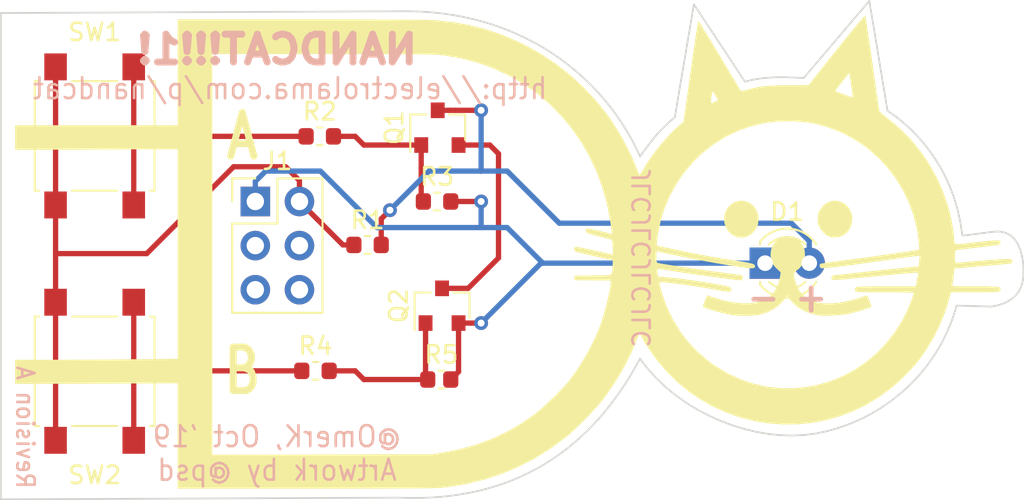
<source format=kicad_pcb>
(kicad_pcb (version 20221018) (generator pcbnew)
  (layers (0 "F.Cu" signal) (31 "B.Cu" signal) (34 "B.Paste" user) (35 "F.Paste" user) (36 "B.SilkS" user "B.Silkscreen") (37 "F.SilkS" user "F.Silkscreen") (38 "B.Mask" user) (39 "F.Mask" user) (44 "Edge.Cuts" user))
  (net 0 "")
  (net 1 "GND")
  (net 2 "VCC")
  (net 3 "/SCL")
  (net 4 "/SDA")
  (net 5 "/GPIO2")
  (net 6 "/GPIO1")
  (net 7 "Net-(Q1-Pad1)")
  (net 8 "Net-(Q1-Pad2)")
  (net 9 "Net-(Q2-Pad1)")
  (net 10 "Net-(R2-Pad1)")
  (net 11 "Net-(R4-Pad1)")
  (net 12 "Net-(D1-Pad2)")
  (footprint "Connector_PinHeader_2.54mm:PinHeader_2x03_P2.54mm_Vertical" (layer "F.Cu") (at 40.25 33.25)
    (fp_text reference "J1" (at 1.27 -2.33) (layer "F.SilkS"))
    (fp_text value "Conn_02x03_Odd_Even")
    (pad "1" thru_hole rect (at 0 0) (size 1.7 1.7) (drill 1) (layers "*.Cu" "*.Mask") (net 1 "GND"))
    (pad "2" thru_hole oval (at 2.54 0) (size 1.7 1.7) (drill 1) (layers "*.Cu" "*.Mask") (net 2 "VCC"))
    (pad "3" thru_hole oval (at 0 2.54) (size 1.7 1.7) (drill 1) (layers "*.Cu" "*.Mask") (net 3 "/SCL"))
    (pad "4" thru_hole oval (at 2.54 2.54) (size 1.7 1.7) (drill 1) (layers "*.Cu" "*.Mask") (net 4 "/SDA"))
    (pad "5" thru_hole oval (at 0 5.08) (size 1.7 1.7) (drill 1) (layers "*.Cu" "*.Mask") (net 5 "/GPIO2"))
    (pad "6" thru_hole oval (at 2.54 5.08) (size 1.7 1.7) (drill 1) (layers "*.Cu" "*.Mask") (net 6 "/GPIO1"))
  )
  (footprint "Button_Switch_SMD:SW_SPST_B3S-1000" (layer "F.Cu") (at 31 43.025 90)
    (fp_text reference "SW2" (at -5.975 0) (layer "F.SilkS"))
    (fp_text value "SW_Push")
    (pad "1" smd rect (at -3.975 -2.25 90) (size 1.55 1.3) (layers "F.Cu" "F.Paste" "F.Mask") (net 2 "VCC"))
    (pad "1" smd rect (at 3.975 -2.25 90) (size 1.55 1.3) (layers "F.Cu" "F.Paste" "F.Mask") (net 2 "VCC"))
    (pad "2" smd rect (at -3.975 2.25 90) (size 1.55 1.3) (layers "F.Cu" "F.Paste" "F.Mask") (net 11 "Net-(R4-Pad1)"))
    (pad "2" smd rect (at 3.975 2.25 90) (size 1.55 1.3) (layers "F.Cu" "F.Paste" "F.Mask") (net 11 "Net-(R4-Pad1)"))
  )
  (footprint "Resistor_SMD:R_0603_1608Metric" (layer "F.Cu") (at 43.9625 29.5)
    (fp_text reference "R2" (at 0 -1.43) (layer "F.SilkS"))
    (fp_text value "1K")
    (pad "1" smd roundrect (at -0.7875 0) (size 0.875 0.95) (layers "F.Cu" "F.Paste" "F.Mask") (net 10 "Net-(R2-Pad1)"))
    (pad "2" smd roundrect (at 0.7875 0) (size 0.875 0.95) (layers "F.Cu" "F.Paste" "F.Mask") (net 7 "Net-(Q1-Pad1)"))
  )
  (footprint "Resistor_SMD:R_0603_1608Metric" (layer "F.Cu") (at 43.7125 43)
    (fp_text reference "R4" (at 0 -1.43) (layer "F.SilkS"))
    (fp_text value "1K")
    (pad "1" smd roundrect (at -0.7875 0) (size 0.875 0.95) (layers "F.Cu" "F.Paste" "F.Mask") (net 11 "Net-(R4-Pad1)"))
    (pad "2" smd roundrect (at 0.7875 0) (size 0.875 0.95) (layers "F.Cu" "F.Paste" "F.Mask") (net 9 "Net-(Q2-Pad1)"))
  )
  (footprint "Resistor_SMD:R_0603_1608Metric" (layer "F.Cu") (at 46.7125 35.75)
    (fp_text reference "R1" (at 0 -1.43) (layer "F.SilkS"))
    (fp_text value "1K")
    (pad "1" smd roundrect (at -0.7875 0) (size 0.875 0.95) (layers "F.Cu" "F.Paste" "F.Mask") (net 2 "VCC"))
    (pad "2" smd roundrect (at 0.7875 0) (size 0.875 0.95) (layers "F.Cu" "F.Paste" "F.Mask") (net 12 "Net-(D1-Pad2)"))
  )
  (footprint "nand-cat:nand-cat" (layer "F.Cu") (at 55 35.85)
    (fp_text reference "G***" hide)
    (fp_text value "LOGO" hide)
  )
  (footprint "Button_Switch_SMD:SW_SPST_B3S-1000" (layer "F.Cu") (at 31 29.475 90)
    (fp_text reference "SW1" (at 5.975 0 180) (layer "F.SilkS"))
    (fp_text value "SW_Push")
    (pad "1" smd rect (at -3.975 -2.25 90) (size 1.55 1.3) (layers "F.Cu" "F.Paste" "F.Mask") (net 2 "VCC"))
    (pad "1" smd rect (at 3.975 -2.25 90) (size 1.55 1.3) (layers "F.Cu" "F.Paste" "F.Mask") (net 2 "VCC"))
    (pad "2" smd rect (at -3.975 2.25 90) (size 1.55 1.3) (layers "F.Cu" "F.Paste" "F.Mask") (net 10 "Net-(R2-Pad1)"))
    (pad "2" smd rect (at 3.975 2.25 90) (size 1.55 1.3) (layers "F.Cu" "F.Paste" "F.Mask") (net 10 "Net-(R2-Pad1)"))
  )
  (footprint "Package_TO_SOT_SMD:SOT-23" (layer "F.Cu") (at 50.75 29 90)
    (fp_text reference "Q1" (at 0 -2.5 90) (layer "F.SilkS"))
    (fp_text value "BC847B")
    (pad "1" smd rect (at -1 -0.95 90) (size 0.9 0.8) (layers "F.Cu" "F.Paste" "F.Mask") (net 7 "Net-(Q1-Pad1)"))
    (pad "2" smd rect (at -1 1.2 90) (size 0.9 0.8) (layers "F.Cu" "F.Paste" "F.Mask") (net 8 "Net-(Q1-Pad2)"))
    (pad "3" smd rect (at 1 0 90) (size 0.9 0.8) (layers "F.Cu" "F.Paste" "F.Mask") (net 12 "Net-(D1-Pad2)"))
  )
  (footprint "Resistor_SMD:R_0603_1608Metric" (layer "F.Cu") (at 50.9625 43.5)
    (fp_text reference "R5" (at 0 -1.43) (layer "F.SilkS"))
    (fp_text value "100K")
    (pad "1" smd roundrect (at -0.7875 0) (size 0.875 0.95) (layers "F.Cu" "F.Paste" "F.Mask") (net 9 "Net-(Q2-Pad1)"))
    (pad "2" smd roundrect (at 0.5375 0) (size 0.875 0.95) (layers "F.Cu" "F.Paste" "F.Mask") (net 1 "GND"))
  )
  (footprint "Package_TO_SOT_SMD:SOT-23" (layer "F.Cu") (at 51 39.25 90)
    (fp_text reference "Q2" (at 0 -2.5 90) (layer "F.SilkS"))
    (fp_text value "BC847B")
    (pad "1" smd rect (at -1 -0.95 90) (size 0.9 0.8) (layers "F.Cu" "F.Paste" "F.Mask") (net 9 "Net-(Q2-Pad1)"))
    (pad "2" smd rect (at -1 0.95 90) (size 0.9 0.8) (layers "F.Cu" "F.Paste" "F.Mask") (net 1 "GND"))
    (pad "3" smd rect (at 1 0 90) (size 0.9 0.8) (layers "F.Cu" "F.Paste" "F.Mask") (net 8 "Net-(Q1-Pad2)"))
  )
  (footprint "Resistor_SMD:R_0603_1608Metric" (layer "F.Cu") (at 50.7125 33.25)
    (fp_text reference "R3" (at 0 -1.43) (layer "F.SilkS"))
    (fp_text value "100K")
    (pad "1" smd roundrect (at -0.7875 0) (size 0.875 0.95) (layers "F.Cu" "F.Paste" "F.Mask") (net 7 "Net-(Q1-Pad1)"))
    (pad "2" smd roundrect (at 0.7875 0) (size 0.875 0.95) (layers "F.Cu" "F.Paste" "F.Mask") (net 1 "GND"))
  )
  (footprint "LED_THT:LED_D3.0mm" (layer "F.Cu") (at 69.6 36.8)
    (fp_text reference "D1" (at 1.27 -2.96) (layer "F.SilkS"))
    (fp_text value "LED")
    (pad "1" thru_hole rect (at 0 0) (size 1.8 1.8) (drill 0.9) (layers "*.Cu" "*.Mask") (net 1 "GND"))
    (pad "2" thru_hole circle (at 2.54 0) (size 1.8 1.8) (drill 0.9) (layers "*.Cu" "*.Mask") (net 12 "Net-(D1-Pad2)"))
  )
  (gr_line (start 55.578645 49.068914) (end 55.108457 49.271254) (stroke (width 0.1)) (layer "Edge.Cuts"))
  (gr_line (start 55.108457 49.271254) (end 54.626319 49.45653) (stroke (width 0.1)) (layer "Edge.Cuts"))
  (gr_line (start 56.918695 48.361896) (end 56.483644 48.613996) (stroke (width 0.1)) (layer "Edge.Cuts"))
  (gr_line (start 56.483644 48.613996) (end 56.037001 48.849748) (stroke (width 0.1)) (layer "Edge.Cuts"))
  (gr_line (start 57.342271 48.093688) (end 56.918695 48.361896) (stroke (width 0.1)) (layer "Edge.Cuts"))
  (gr_line (start 57.754492 47.80961) (end 57.342271 48.093688) (stroke (width 0.1)) (layer "Edge.Cuts"))
  (gr_line (start 56.037001 48.849748) (end 55.578645 49.068914) (stroke (width 0.1)) (layer "Edge.Cuts"))
  (gr_line (start 77.984311 43.763542) (end 77.455423 44.2508) (stroke (width 0.1)) (layer "Edge.Cuts"))
  (gr_line (start 74.474532 46.05256) (end 73.836174 46.281787) (stroke (width 0.1)) (layer "Edge.Cuts"))
  (gr_line (start 83.349325 39.110288) (end 83.024199 39.220479) (stroke (width 0.1)) (layer "Edge.Cuts"))
  (gr_line (start 83.622777 38.975989) (end 83.349325 39.110288) (stroke (width 0.1)) (layer "Edge.Cuts"))
  (gr_line (start 50.906733 50.255595) (end 50.324702 50.295756) (stroke (width 0.1)) (layer "Edge.Cuts"))
  (gr_line (start 68.780541 26.267405) (end 69.127217 26.198927) (stroke (width 0.1)) (layer "Edge.Cuts"))
  (gr_line (start 51.475859 50.196458) (end 50.906733 50.255595) (stroke (width 0.1)) (layer "Edge.Cuts"))
  (gr_line (start 83.837437 35.300334) (end 83.953471 35.420522) (stroke (width 0.1)) (layer "Edge.Cuts"))
  (gr_line (start 58.586057 25.640795) (end 58.972409 25.973584) (stroke (width 0.1)) (layer "Edge.Cuts"))
  (gr_line (start 79.371821 42.058804) (end 78.946097 42.666942) (stroke (width 0.1)) (layer "Edge.Cuts"))
  (gr_line (start 83.406092 35.045577) (end 83.564252 35.111421) (stroke (width 0.1)) (layer "Edge.Cuts"))
  (gr_line (start 84.476397 37.325446) (end 84.455539 37.688214) (stroke (width 0.1)) (layer "Edge.Cuts"))
  (gr_line (start 76.645165 28.025784) (end 77.143752 28.378286) (stroke (width 0.1)) (layer "Edge.Cuts"))
  (gr_line (start 59.996032 45.785259) (end 59.64944 46.159538) (stroke (width 0.1)) (layer "Edge.Cuts"))
  (gr_line (start 69.104733 46.516114) (end 68.397453 46.347046) (stroke (width 0.1)) (layer "Edge.Cuts"))
  (gr_line (start 56.891104 24.434196) (end 57.337072 24.715866) (stroke (width 0.1)) (layer "Edge.Cuts"))
  (gr_line (start 59.699539 26.671992) (end 60.040116 27.036316) (stroke (width 0.1)) (layer "Edge.Cuts"))
  (gr_line (start 65.500001 21.9) (end 68.440942 26.354352) (stroke (width 0.1)) (layer "Edge.Cuts"))
  (gr_line (start 79.755982 41.411579) (end 79.371821 42.058804) (stroke (width 0.1)) (layer "Edge.Cuts"))
  (gr_line (start 73.836174 46.281787) (end 73.192126 46.4659) (stroke (width 0.1)) (layer "Edge.Cuts"))
  (gr_line (start 80.511009 39.626462) (end 80.385269 40.002276) (stroke (width 0.1)) (layer "Edge.Cuts"))
  (gr_line (start 54.626319 49.45653) (end 54.132112 49.624503) (stroke (width 0.1)) (layer "Edge.Cuts"))
  (gr_line (start 61.278376 44.14856) (end 60.973155 44.578195) (stroke (width 0.1)) (layer "Edge.Cuts"))
  (gr_line (start 84.454917 36.809464) (end 84.476397 37.325446) (stroke (width 0.1)) (layer "Edge.Cuts"))
  (gr_line (start 60.040116 27.036316) (end 60.365233 27.409854) (stroke (width 0.1)) (layer "Edge.Cuts"))
  (gr_line (start 77.143752 28.378286) (end 77.432684 28.607418) (stroke (width 0.1)) (layer "Edge.Cuts"))
  (gr_line (start 75.71983 45.461173) (end 75.103613 45.778821) (stroke (width 0.1)) (layer "Edge.Cuts"))
  (gr_line (start 50.425572 22.362663) (end 51.040688 22.428767) (stroke (width 0.1)) (layer "Edge.Cuts"))
  (gr_line (start 53.107011 49.907584) (end 52.575879 50.022214) (stroke (width 0.1)) (layer "Edge.Cuts"))
  (gr_line (start 52.575879 50.022214) (end 52.032202 50.118585) (stroke (width 0.1)) (layer "Edge.Cuts"))
  (gr_line (start 78.062652 29.175822) (end 78.392822 29.516845) (stroke (width 0.1)) (layer "Edge.Cuts"))
  (gr_line (start 84.176599 38.467408) (end 84.032064 38.650651) (stroke (width 0.1)) (layer "Edge.Cuts"))
  (gr_line (start 72.545976 46.604296) (end 71.886599 46.692385) (stroke (width 0.1)) (layer "Edge.Cuts"))
  (gr_line (start 77.432684 28.607418) (end 77.740795 28.872972) (stroke (width 0.1)) (layer "Edge.Cuts"))
  (gr_line (start 71.886599 46.692385) (end 71.207931 46.72618) (stroke (width 0.1)) (layer "Edge.Cuts"))
  (gr_line (start 68.440942 26.354352) (end 68.780541 26.267405) (stroke (width 0.1)) (layer "Edge.Cuts"))
  (gr_line (start 84.393629 36.411153) (end 84.454917 36.809464) (stroke (width 0.1)) (layer "Edge.Cuts"))
  (gr_line (start 25.600292 50.399704) (end 25.600292 50.399704) (stroke (width 0.1)) (layer "Edge.Cuts"))
  (gr_line (start 64.045358 28.7076) (end 64.400001 28.4) (stroke (width 0.1)) (layer "Edge.Cuts"))
  (gr_line (start 62.838932 42.876026) (end 62.613077 42.592203) (stroke (width 0.1)) (layer "Edge.Cuts"))
  (gr_line (start 61.573552 43.705685) (end 61.278376 44.14856) (stroke (width 0.1)) (layer "Edge.Cuts"))
  (gr_line (start 58.155477 47.509901) (end 57.754492 47.80961) (stroke (width 0.1)) (layer "Edge.Cuts"))
  (gr_line (start 75.600001 21.7) (end 76.645165 28.025784) (stroke (width 0.1)) (layer "Edge.Cuts"))
  (gr_line (start 83.953471 35.420522) (end 84.056471 35.555944) (stroke (width 0.1)) (layer "Edge.Cuts"))
  (gr_line (start 65.666743 45.213718) (end 65.032945 44.823278) (stroke (width 0.1)) (layer "Edge.Cuts"))
  (gr_line (start 61.755375 29.393097) (end 61.985607 29.80832) (stroke (width 0.1)) (layer "Edge.Cuts"))
  (gr_line (start 79.056366 30.31691) (end 79.378872 30.777703) (stroke (width 0.1)) (layer "Edge.Cuts"))
  (gr_line (start 25.600292 22.399706) (end 48.5 22.3) (stroke (width 0.1)) (layer "Edge.Cuts"))
  (gr_line (start 49.121455 50.318195) (end 48.5 50.299996) (stroke (width 0.1)) (layer "Edge.Cuts"))
  (gr_line (start 84.286864 38.275646) (end 84.176599 38.467408) (stroke (width 0.1)) (layer "Edge.Cuts"))
  (gr_line (start 49.155128 22.297631) (end 49.797019 22.318735) (stroke (width 0.1)) (layer "Edge.Cuts"))
  (gr_line (start 78.482398 43.235389) (end 77.984311 43.763542) (stroke (width 0.1)) (layer "Edge.Cuts"))
  (gr_line (start 83.23288 35.000729) (end 83.406092 35.045577) (stroke (width 0.1)) (layer "Edge.Cuts"))
  (gr_line (start 62.199671 30.228221) (end 62.397467 30.652154) (stroke (width 0.1)) (layer "Edge.Cuts"))
  (gr_line (start 84.455539 37.688214) (end 84.421983 37.882151) (stroke (width 0.1)) (layer "Edge.Cuts"))
  (gr_line (start 60.365233 27.409854) (end 60.674789 27.79196) (stroke (width 0.1)) (layer "Edge.Cuts"))
  (gr_line (start 67.695159 46.130842) (end 67.002706 45.868931) (stroke (width 0.1)) (layer "Edge.Cuts"))
  (gr_line (start 63.857992 43.923887) (end 63.326548 43.4178) (stroke (width 0.1)) (layer "Edge.Cuts"))
  (gr_line (start 55.465693 23.678174) (end 55.955313 23.914702) (stroke (width 0.1)) (layer "Edge.Cuts"))
  (gr_line (start 76.899323 44.69656) (end 76.319596 45.100218) (stroke (width 0.1)) (layer "Edge.Cuts"))
  (gr_line (start 62.400001 42.299996) (end 61.858802 43.249806) (stroke (width 0.1)) (layer "Edge.Cuts"))
  (gr_line (start 84.032064 38.650651) (end 83.848907 38.821477) (stroke (width 0.1)) (layer "Edge.Cuts"))
  (gr_line (start 77.740795 28.872972) (end 78.062652 29.175822) (stroke (width 0.1)) (layer "Edge.Cuts"))
  (gr_line (start 70.514827 46.707112) (end 69.812143 46.636613) (stroke (width 0.1)) (layer "Edge.Cuts"))
  (gr_line (start 48.5 50.299996) (end 25.600292 50.399704) (stroke (width 0.1)) (layer "Edge.Cuts"))
  (gr_line (start 51.642263 22.516399) (end 52.230198 22.624911) (stroke (width 0.1)) (layer "Edge.Cuts"))
  (gr_line (start 83.024199 39.220479) (end 82.643049 39.302663) (stroke (width 0.1)) (layer "Edge.Cuts"))
  (gr_line (start 82.617891 35.00656) (end 82.839284 34.97978) (stroke (width 0.1)) (layer "Edge.Cuts"))
  (gr_line (start 60.674789 27.79196) (end 60.968682 28.181986) (stroke (width 0.1)) (layer "Edge.Cuts"))
  (gr_line (start 65.032945 44.823278) (end 64.42841 44.392857) (stroke (width 0.1)) (layer "Edge.Cuts"))
  (gr_line (start 61.858802 43.249806) (end 61.573552 43.705685) (stroke (width 0.1)) (layer "Edge.Cuts"))
  (gr_line (start 75.103613 45.778821) (end 74.474532 46.05256) (stroke (width 0.1)) (layer "Edge.Cuts"))
  (gr_line (start 54.132112 49.624503) (end 53.625715 49.774934) (stroke (width 0.1)) (layer "Edge.Cuts"))
  (gr_line (start 80.385269 40.002276) (end 80.246448 40.36877) (stroke (width 0.1)) (layer "Edge.Cuts"))
  (gr_line (start 84.421983 37.882151) (end 84.367208 38.079261) (stroke (width 0.1)) (layer "Edge.Cuts"))
  (gr_line (start 83.707866 35.19682) (end 83.837437 35.300334) (stroke (width 0.1)) (layer "Edge.Cuts"))
  (gr_line (start 70.293235 26.097225) (end 70.751743 26.095539) (stroke (width 0.1)) (layer "Edge.Cuts"))
  (gr_line (start 64.400001 28.4) (end 65.500001 21.9) (stroke (width 0.1)) (layer "Edge.Cuts"))
  (gr_line (start 52.804392 22.753655) (end 53.364742 22.901983) (stroke (width 0.1)) (layer "Edge.Cuts"))
  (gr_line (start 84.056471 35.555944) (end 84.146942 35.70516) (stroke (width 0.1)) (layer "Edge.Cuts"))
  (gr_line (start 79.687957 31.280171) (end 79.978186 31.825189) (stroke (width 0.1)) (layer "Edge.Cuts"))
  (gr_line (start 73.192126 46.4659) (end 72.545976 46.604296) (stroke (width 0.1)) (layer "Edge.Cuts"))
  (gr_line (start 71.823625 26.136235) (end 75.600001 21.7) (stroke (width 0.1)) (layer "Edge.Cuts"))
  (gr_line (start 69.812143 46.636613) (end 69.104733 46.516114) (stroke (width 0.1)) (layer "Edge.Cuts"))
  (gr_line (start 71.207931 46.72618) (end 70.514827 46.707112) (stroke (width 0.1)) (layer "Edge.Cuts"))
  (gr_line (start 60.973155 44.578195) (end 60.65777 44.994348) (stroke (width 0.1)) (layer "Edge.Cuts"))
  (gr_line (start 48.5 22.3) (end 49.155128 22.297631) (stroke (width 0.1)) (layer "Edge.Cuts"))
  (gr_line (start 59.343603 26.317533) (end 59.699539 26.671992) (stroke (width 0.1)) (layer "Edge.Cuts"))
  (gr_line (start 82.839284 34.97978) (end 83.044112 34.978316) (stroke (width 0.1)) (layer "Edge.Cuts"))
  (gr_line (start 78.946097 42.666942) (end 78.482398 43.235389) (stroke (width 0.1)) (layer "Edge.Cuts"))
  (gr_line (start 62.613077 42.592203) (end 62.400001 42.299996) (stroke (width 0.1)) (layer "Edge.Cuts"))
  (gr_line (start 25.600292 50.399704) (end 25.600292 22.399706) (stroke (width 0.1)) (layer "Edge.Cuts"))
  (gr_line (start 61.985607 29.80832) (end 62.199671 30.228221) (stroke (width 0.1)) (layer "Edge.Cuts"))
  (gr_line (start 84.225389 35.866729) (end 84.292317 36.039211) (stroke (width 0.1)) (layer "Edge.Cuts"))
  (gr_line (start 63.216627 29.571603) (end 63.460716 29.291641) (stroke (width 0.1)) (layer "Edge.Cuts"))
  (gr_line (start 64.42841 44.392857) (end 63.857992 43.923887) (stroke (width 0.1)) (layer "Edge.Cuts"))
  (gr_line (start 69.875212 26.114546) (end 70.293235 26.097225) (stroke (width 0.1)) (layer "Edge.Cuts"))
  (gr_line (start 53.625715 49.774934) (end 53.107011 49.907584) (stroke (width 0.1)) (layer "Edge.Cuts"))
  (gr_line (start 84.367208 38.079261) (end 84.286864 38.275646) (stroke (width 0.1)) (layer "Edge.Cuts"))
  (gr_line (start 53.911148 23.069247) (end 54.44351 23.254799) (stroke (width 0.1)) (layer "Edge.Cuts"))
  (gr_line (start 52.032202 50.118585) (end 51.475859 50.196458) (stroke (width 0.1)) (layer "Edge.Cuts"))
  (gr_line (start 69.489324 26.148211) (end 69.875212 26.114546) (stroke (width 0.1)) (layer "Edge.Cuts"))
  (gr_line (start 80.623219 39.241403) (end 80.511009 39.626462) (stroke (width 0.1)) (layer "Edge.Cuts"))
  (gr_line (start 61.509076 28.983202) (end 61.755375 29.393097) (stroke (width 0.1)) (layer "Edge.Cuts"))
  (gr_line (start 53.364742 22.901983) (end 53.911148 23.069247) (stroke (width 0.1)) (layer "Edge.Cuts"))
  (gr_line (start 68.397453 46.347046) (end 67.695159 46.130842) (stroke (width 0.1)) (layer "Edge.Cuts"))
  (gr_line (start 83.564252 35.111421) (end 83.707866 35.19682) (stroke (width 0.1)) (layer "Edge.Cuts"))
  (gr_line (start 58.545345 47.194801) (end 58.155477 47.509901) (stroke (width 0.1)) (layer "Edge.Cuts"))
  (gr_line (start 82.643049 39.302663) (end 80.623219 39.241403) (stroke (width 0.1)) (layer "Edge.Cuts"))
  (gr_line (start 50.324702 50.295756) (end 49.72965 50.316702) (stroke (width 0.1)) (layer "Edge.Cuts"))
  (gr_line (start 67.002706 45.868931) (end 66.324949 45.562746) (stroke (width 0.1)) (layer "Edge.Cuts"))
  (gr_line (start 60.968682 28.181986) (end 61.246811 28.579282) (stroke (width 0.1)) (layer "Edge.Cuts"))
  (gr_line (start 58.972409 25.973584) (end 59.343603 26.317533) (stroke (width 0.1)) (layer "Edge.Cuts"))
  (gr_line (start 83.044112 34.978316) (end 83.23288 35.000729) (stroke (width 0.1)) (layer "Edge.Cuts"))
  (gr_line (start 49.72965 50.316702) (end 49.121455 50.318195) (stroke (width 0.1)) (layer "Edge.Cuts"))
  (gr_line (start 84.292317 36.039211) (end 84.393629 36.411153) (stroke (width 0.1)) (layer "Edge.Cuts"))
  (gr_line (start 55.955313 23.914702) (end 56.430484 24.166925) (stroke (width 0.1)) (layer "Edge.Cuts"))
  (gr_line (start 79.978186 31.825189) (end 80.244126 32.413632) (stroke (width 0.1)) (layer "Edge.Cuts"))
  (gr_line (start 61.246811 28.579282) (end 61.509076 28.983202) (stroke (width 0.1)) (layer "Edge.Cuts"))
  (gr_line (start 80.841875 34.448271) (end 80.956322 35.219172) (stroke (width 0.1)) (layer "Edge.Cuts"))
  (gr_line (start 60.65777 44.994348) (end 60.332102 45.396783) (stroke (width 0.1)) (layer "Edge.Cuts"))
  (gr_line (start 80.246448 40.36877) (end 80.094994 40.725869) (stroke (width 0.1)) (layer "Edge.Cuts"))
  (gr_line (start 54.44351 23.254799) (end 54.961725 23.457991) (stroke (width 0.1)) (layer "Edge.Cuts"))
  (gr_line (start 57.337072 24.715866) (end 57.768288 25.011288) (stroke (width 0.1)) (layer "Edge.Cuts"))
  (gr_line (start 80.480343 33.046377) (end 80.681404 33.724298) (stroke (width 0.1)) (layer "Edge.Cuts"))
  (gr_line (start 80.681404 33.724298) (end 80.841875 34.448271) (stroke (width 0.1)) (layer "Edge.Cuts"))
  (gr_line (start 57.768288 25.011288) (end 58.18465 25.319814) (stroke (width 0.1)) (layer "Edge.Cuts"))
  (gr_line (start 80.094994 40.725869) (end 79.755982 41.411579) (stroke (width 0.1)) (layer "Edge.Cuts"))
  (gr_line (start 59.64944 46.159538) (end 59.292208 46.51938) (stroke (width 0.1)) (layer "Edge.Cuts"))
  (gr_line (start 80.956322 35.219172) (end 82.617891 35.00656) (stroke (width 0.1)) (layer "Edge.Cuts"))
  (gr_line (start 84.146942 35.70516) (end 84.225389 35.866729) (stroke (width 0.1)) (layer "Edge.Cuts"))
  (gr_line (start 60.332102 45.396783) (end 59.996032 45.785259) (stroke (width 0.1)) (layer "Edge.Cuts"))
  (gr_line (start 69.127217 26.198927) (end 69.489324 26.148211) (stroke (width 0.1)) (layer "Edge.Cuts"))
  (gr_line (start 83.848907 38.821477) (end 83.622777 38.975989) (stroke (width 0.1)) (layer "Edge.Cuts"))
  (gr_line (start 63.326548 43.4178) (end 62.838932 42.876026) (stroke (width 0.1)) (layer "Edge.Cuts"))
  (gr_line (start 63.734611 29.004227) (end 64.045358 28.7076) (stroke (width 0.1)) (layer "Edge.Cuts"))
  (gr_line (start 79.378872 30.777703) (end 79.687957 31.280171) (stroke (width 0.1)) (layer "Edge.Cuts"))
  (gr_line (start 78.392822 29.516845) (end 78.725871 29.896916) (stroke (width 0.1)) (layer "Edge.Cuts"))
  (gr_line (start 66.324949 45.562746) (end 65.666743 45.213718) (stroke (width 0.1)) (layer "Edge.Cuts"))
  (gr_line (start 63.460716 29.291641) (end 63.734611 29.004227) (stroke (width 0.1)) (layer "Edge.Cuts"))
  (gr_line (start 58.924216 46.864547) (end 58.545345 47.194801) (stroke (width 0.1)) (layer "Edge.Cuts"))
  (gr_line (start 70.751743 26.095539) (end 71.823625 26.136235) (stroke (width 0.1)) (layer "Edge.Cuts"))
  (gr_line (start 59.292208 46.51938) (end 58.924216 46.864547) (stroke (width 0.1)) (layer "Edge.Cuts"))
  (gr_line (start 62.789696 30.116216) (end 63.216627 29.571603) (stroke (width 0.1)) (layer "Edge.Cuts"))
  (gr_line (start 51.040688 22.428767) (end 51.642263 22.516399) (stroke (width 0.1)) (layer "Edge.Cuts"))
  (gr_line (start 54.961725 23.457991) (end 55.465693 23.678174) (stroke (width 0.1)) (layer "Edge.Cuts"))
  (gr_line (start 77.455423 44.2508) (end 76.899323 44.69656) (stroke (width 0.1)) (layer "Edge.Cuts"))
  (gr_line (start 62.397467 30.652154) (end 62.789696 30.116216) (stroke (width 0.1)) (layer "Edge.Cuts"))
  (gr_line (start 80.244126 32.413632) (end 80.480343 33.046377) (stroke (width 0.1)) (layer "Edge.Cuts"))
  (gr_line (start 49.797019 22.318735) (end 50.425572 22.362663) (stroke (width 0.1)) (layer "Edge.Cuts"))
  (gr_line (start 78.725871 29.896916) (end 79.056366 30.31691) (stroke (width 0.1)) (layer "Edge.Cuts"))
  (gr_line (start 56.430484 24.166925) (end 56.891104 24.434196) (stroke (width 0.1)) (layer "Edge.Cuts"))
  (gr_line (start 58.18465 25.319814) (end 58.586057 25.640795) (stroke (width 0.1)) (layer "Edge.Cuts"))
  (gr_line (start 52.230198 22.624911) (end 52.804392 22.753655) (stroke (width 0.1)) (layer "Edge.Cuts"))
  (gr_line (start 76.319596 45.100218) (end 75.71983 45.461173) (stroke (width 0.1)) (layer "Edge.Cuts"))
  (gr_text "@OmerK, Oct '19\nArtwork by @psd" (at 41.5 47.75) (layer "B.SilkS") (effects (font (size 1.2 1.1)) (justify mirror)))
  (gr_text "NANDCAT!!!1!" (at 41.5 24.5) (layer "B.SilkS") (effects (font (size 1.6 1.7) (thickness 0.4)) (justify mirror)))
  (gr_text "+" (at 72.25 38.75) (layer "B.SilkS") (effects (font (size 1.7 1.45) (thickness 0.275)) (justify mirror)))
  (gr_text "-" (at 69.5 38.75) (layer "B.SilkS") (effects (font (size 1.7 1.45) (thickness 0.275)) (justify mirror)))
  (gr_text "http://electrolama.com/p/nandcat" (at 42.25 26.75) (layer "B.SilkS") (effects (font (size 1.2 1.1)) (justify mirror)))
  (gr_text "Revision A" (at 27 46.25 270) (layer "B.SilkS") (effects (font (size 1 0.9)) (justify mirror)))
  (gr_text "JLCJLCJLCJLC" (at 62.5 36.5 90) (layer "B.SilkS") (effects (font (size 1 1)) (justify mirror)))
  (gr_text "A" (at 39.5 29.5) (layer "F.SilkS") (effects (font (size 2.5 2) (thickness 0.4))))
  (gr_text "B" (at 39.5 43) (layer "F.SilkS") (effects (font (size 2.5 2) (thickness 0.4))))
  (segment (start 53.25 33.25) (end 53.25 33.25) (width 0.3048) (layer "F.Cu") (net 1))
  (segment (start 53.25 40.25) (end 53.25 40.25) (width 0.3048) (layer "F.Cu") (net 1))
  (segment (start 51.95 40.25) (end 51.95 43.05) (width 0.3048) (layer "F.Cu") (net 1))
  (segment (start 51.95 40.25) (end 52.6548 40.25) (width 0.3048) (layer "F.Cu") (net 1))
  (segment (start 51.95 43.05) (end 51.5 43.5) (width 0.3048) (layer "F.Cu") (net 1))
  (segment (start 52.6548 40.25) (end 53.25 40.25) (width 0.3048) (layer "F.Cu") (net 1))
  (segment (start 51.5 33.25) (end 53.25 33.25) (width 0.3048) (layer "F.Cu") (net 1))
  (via (at 53.25 40.25) (size 0.8) (drill 0.4) (layers "F.Cu" "B.Cu") (net 1))
  (via (at 53.25 33.25) (size 0.8) (drill 0.4) (layers "F.Cu" "B.Cu") (net 1))
  (segment (start 53.25 40.25) (end 53.549999 39.950001) (width 0.3048) (layer "B.Cu") (net 1))
  (segment (start 56.75 36.75) (end 54.75 34.75) (width 0.3048) (layer "B.Cu") (net 1))
  (segment (start 40.25 33.25) (end 40.25 32.0952) (width 0.3048) (layer "B.Cu") (net 1))
  (segment (start 69.6 36.8) (end 56.8 36.8) (width 0.3048) (layer "B.Cu") (net 1))
  (segment (start 40.25 32.0952) (end 40.8452 31.5) (width 0.3048) (layer "B.Cu") (net 1))
  (segment (start 44 31.5) (end 40.8452 31.5) (width 0.3048) (layer "B.Cu") (net 1))
  (segment (start 53.25 33.25) (end 53.25 33.674264) (width 0.3048) (layer "B.Cu") (net 1))
  (segment (start 47.25 34.75) (end 44 31.5) (width 0.3048) (layer "B.Cu") (net 1))
  (segment (start 54.75 34.75) (end 53.25 34.75) (width 0.3048) (layer "B.Cu") (net 1))
  (segment (start 56.8 36.8) (end 56.75 36.75) (width 0.3048) (layer "B.Cu") (net 1))
  (segment (start 53.549999 39.950001) (end 56.75 36.75) (width 0.3048) (layer "B.Cu") (net 1))
  (segment (start 53.25 33.674264) (end 53.25 34.75) (width 0.3048) (layer "B.Cu") (net 1))
  (segment (start 53.25 34.75) (end 47.25 34.75) (width 0.3048) (layer "B.Cu") (net 1))
  (segment (start 41.992081 31.25) (end 39 31.25) (width 0.3048) (layer "F.Cu") (net 2))
  (segment (start 42.79 32.047919) (end 41.992081 31.25) (width 0.3048) (layer "F.Cu") (net 2))
  (segment (start 34 36.25) (end 28.75 36.25) (width 0.3048) (layer "F.Cu") (net 2))
  (segment (start 28.75 25.5) (end 28.75 33.45) (width 0.3048) (layer "F.Cu") (net 2))
  (segment (start 28.75 36.25) (end 28.75 39.05) (width 0.3048) (layer "F.Cu") (net 2))
  (segment (start 39 31.25) (end 34 36.25) (width 0.3048) (layer "F.Cu") (net 2))
  (segment (start 45.29 35.75) (end 42.79 33.25) (width 0.3048) (layer "F.Cu") (net 2))
  (segment (start 28.75 33.45) (end 28.75 36.25) (width 0.3048) (layer "F.Cu") (net 2))
  (segment (start 28.75 39.05) (end 28.75 47) (width 0.3048) (layer "F.Cu") (net 2))
  (segment (start 42.79 33.25) (end 42.79 32.047919) (width 0.3048) (layer "F.Cu") (net 2))
  (segment (start 45.925 35.75) (end 45.29 35.75) (width 0.3048) (layer "F.Cu") (net 2))
  (segment (start 46.5 30) (end 46 29.5) (width 0.3048) (layer "F.Cu") (net 7))
  (segment (start 49.8 30) (end 49.8 33.125) (width 0.3048) (layer "F.Cu") (net 7))
  (segment (start 46 29.5) (end 44.75 29.5) (width 0.3048) (layer "F.Cu") (net 7))
  (segment (start 49.8 30) (end 46.5 30) (width 0.3048) (layer "F.Cu") (net 7))
  (segment (start 49.8 33.125) (end 49.925 33.25) (width 0.3048) (layer "F.Cu") (net 7))
  (segment (start 53.75 30) (end 51.95 30) (width 0.3048) (layer "F.Cu") (net 8))
  (segment (start 54.25 30.5) (end 53.75 30) (width 0.3048) (layer "F.Cu") (net 8))
  (segment (start 54.25 36.5) (end 54.25 30.5) (width 0.3048) (layer "F.Cu") (net 8))
  (segment (start 51 38.25) (end 52.5 38.25) (width 0.3048) (layer "F.Cu") (net 8))
  (segment (start 52.5 38.25) (end 54.25 36.5) (width 0.3048) (layer "F.Cu") (net 8))
  (segment (start 46.5 43.5) (end 46 43) (width 0.3048) (layer "F.Cu") (net 9))
  (segment (start 46 43) (end 44.5 43) (width 0.3048) (layer "F.Cu") (net 9))
  (segment (start 50.05 40.25) (end 50.05 43.375) (width 0.3048) (layer "F.Cu") (net 9))
  (segment (start 50.05 43.375) (end 50.175 43.5) (width 0.3048) (layer "F.Cu") (net 9))
  (segment (start 50.175 43.5) (end 46.5 43.5) (width 0.3048) (layer "F.Cu") (net 9))
  (segment (start 43.175 29.5) (end 34 29.5) (width 0.3048) (layer "F.Cu") (net 10))
  (segment (start 34 29.5) (end 33.25 29.5) (width 0.3048) (layer "F.Cu") (net 10))
  (segment (start 33.25 25.5) (end 33.25 29.5) (width 0.3048) (layer "F.Cu") (net 10))
  (segment (start 33.25 29.5) (end 33.25 33.45) (width 0.3048) (layer "F.Cu") (net 10))
  (segment (start 34 43) (end 33.25 43) (width 0.3048) (layer "F.Cu") (net 11))
  (segment (start 33.25 39.05) (end 33.25 43) (width 0.3048) (layer "F.Cu") (net 11))
  (segment (start 42.925 43) (end 34 43) (width 0.3048) (layer "F.Cu") (net 11))
  (segment (start 33.25 43) (end 33.25 47) (width 0.3048) (layer "F.Cu") (net 11))
  (segment (start 53.25 28) (end 53.25 28) (width 0.3048) (layer "F.Cu") (net 12))
  (segment (start 47.5 34.25) (end 48 33.75) (width 0.3048) (layer "F.Cu") (net 12))
  (segment (start 47.5 35.75) (end 47.5 34.25) (width 0.3048) (layer "F.Cu") (net 12))
  (segment (start 50.75 28) (end 51.4548 28) (width 0.3048) (layer "F.Cu") (net 12))
  (segment (start 53 28) (end 53.25 28) (width 0.3048) (layer "F.Cu") (net 12))
  (segment (start 51.75 28) (end 53 28) (width 0.3048) (layer "F.Cu") (net 12))
  (segment (start 51.4548 28) (end 51.75 28) (width 0.3048) (layer "F.Cu") (net 12))
  (via (at 48 33.75) (size 0.8) (drill 0.4) (layers "F.Cu" "B.Cu") (net 12))
  (via (at 53.25 28) (size 0.8) (drill 0.4) (layers "F.Cu" "B.Cu") (net 12))
  (segment (start 48 33.75) (end 48 33.75) (width 0.3048) (layer "B.Cu") (net 12))
  (segment (start 54.75 31.5) (end 53.25 31.5) (width 0.3048) (layer "B.Cu") (net 12))
  (segment (start 71.112792 34.5) (end 57.75 34.5) (width 0.3048) (layer "B.Cu") (net 12))
  (segment (start 50.25 31.5) (end 48 33.75) (width 0.3048) (layer "B.Cu") (net 12))
  (segment (start 72.14 36.8) (end 72.14 35.527208) (width 0.3048) (layer "B.Cu") (net 12))
  (segment (start 72.14 35.527208) (end 71.112792 34.5) (width 0.3048) (layer "B.Cu") (net 12))
  (segment (start 57.75 34.5) (end 54.75 31.5) (width 0.3048) (layer "B.Cu") (net 12))
  (segment (start 53.25 28) (end 53.25 31.5) (width 0.3048) (layer "B.Cu") (net 12))
  (segment (start 53.25 31.5) (end 50.25 31.5) (width 0.3048) (layer "B.Cu") (net 12))
)
</source>
